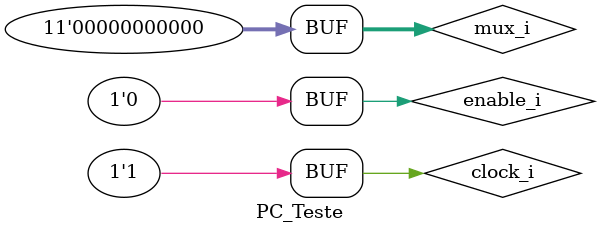
<source format=v>
`timescale 10 ns / 10 ns

module PC_Teste;

//Inputs
reg enable_i;
reg clock_i;
reg [10:0] mux_i;

//Outputs
wire [10:0] pc_o;//Saída do mux

PC DUT(enable_i, clock_i, mux_i, pc_o);
initial
	begin
	
	enable_i = 1'b0;
	clock_i = 1'b0;
	mux_i = 11'b1010;

	#5 clock_i = 1'b1;
	
	#5 enable_i = 1'b1; clock_i = 1'b0;
	
	#5 clock_i = 1'b1;

	#5 mux_i = 11'b1110; clock_i = 1'b0; enable_i = 1'b0;
	
	#5 clock_i = 1'b1;
	
	#5 mux_i = 11'b0;
	
	#5 mux_i = 11'b0;
	
	end
endmodule 
</source>
